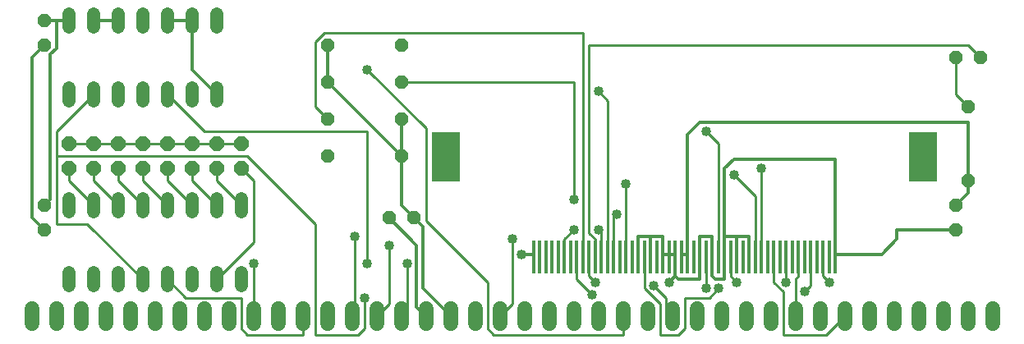
<source format=gtl>
G75*
%MOIN*%
%OFA0B0*%
%FSLAX24Y24*%
%IPPOS*%
%LPD*%
%AMOC8*
5,1,8,0,0,1.08239X$1,22.5*
%
%ADD10C,0.0600*%
%ADD11OC8,0.0520*%
%ADD12C,0.0520*%
%ADD13OC8,0.0600*%
%ADD14R,0.0157X0.1378*%
%ADD15R,0.1125X0.2000*%
%ADD16C,0.0100*%
%ADD17C,0.0400*%
%ADD18C,0.0120*%
D10*
X000600Y000800D02*
X000600Y001400D01*
X001600Y001400D02*
X001600Y000800D01*
X002600Y000800D02*
X002600Y001400D01*
X003600Y001400D02*
X003600Y000800D01*
X004600Y000800D02*
X004600Y001400D01*
X005600Y001400D02*
X005600Y000800D01*
X006600Y000800D02*
X006600Y001400D01*
X007600Y001400D02*
X007600Y000800D01*
X008600Y000800D02*
X008600Y001400D01*
X009600Y001400D02*
X009600Y000800D01*
X010600Y000800D02*
X010600Y001400D01*
X011600Y001400D02*
X011600Y000800D01*
X012600Y000800D02*
X012600Y001400D01*
X013600Y001400D02*
X013600Y000800D01*
X014600Y000800D02*
X014600Y001400D01*
X015600Y001400D02*
X015600Y000800D01*
X016600Y000800D02*
X016600Y001400D01*
X017600Y001400D02*
X017600Y000800D01*
X018600Y000800D02*
X018600Y001400D01*
X019600Y001400D02*
X019600Y000800D01*
X020600Y000800D02*
X020600Y001400D01*
X021600Y001400D02*
X021600Y000800D01*
X022600Y000800D02*
X022600Y001400D01*
X023600Y001400D02*
X023600Y000800D01*
X024600Y000800D02*
X024600Y001400D01*
X025600Y001400D02*
X025600Y000800D01*
X026600Y000800D02*
X026600Y001400D01*
X027600Y001400D02*
X027600Y000800D01*
X028600Y000800D02*
X028600Y001400D01*
X029600Y001400D02*
X029600Y000800D01*
X030600Y000800D02*
X030600Y001400D01*
X031600Y001400D02*
X031600Y000800D01*
X032600Y000800D02*
X032600Y001400D01*
X033600Y001400D02*
X033600Y000800D01*
X034600Y000800D02*
X034600Y001400D01*
X035600Y001400D02*
X035600Y000800D01*
X036600Y000800D02*
X036600Y001400D01*
X037600Y001400D02*
X037600Y000800D01*
X038600Y000800D02*
X038600Y001400D01*
X039600Y001400D02*
X039600Y000800D01*
D11*
X038100Y004600D03*
X038100Y005600D03*
X038600Y006600D03*
X038600Y009600D03*
X038100Y011600D03*
X039100Y011600D03*
X016100Y005100D03*
X015100Y005100D03*
X015600Y007600D03*
X012600Y007600D03*
X012600Y009100D03*
X015600Y009100D03*
X015600Y010600D03*
X012600Y010600D03*
X012600Y012100D03*
X015600Y012100D03*
X001100Y012100D03*
X001100Y013100D03*
X001100Y005600D03*
X001100Y004600D03*
D12*
X002100Y005340D02*
X002100Y005860D01*
X003100Y005860D02*
X003100Y005340D01*
X004100Y005340D02*
X004100Y005860D01*
X005100Y005860D02*
X005100Y005340D01*
X006100Y005340D02*
X006100Y005860D01*
X007100Y005860D02*
X007100Y005340D01*
X008100Y005340D02*
X008100Y005860D01*
X009100Y005860D02*
X009100Y005340D01*
X009100Y002860D02*
X009100Y002340D01*
X008100Y002340D02*
X008100Y002860D01*
X007100Y002860D02*
X007100Y002340D01*
X006100Y002340D02*
X006100Y002860D01*
X005100Y002860D02*
X005100Y002340D01*
X004100Y002340D02*
X004100Y002860D01*
X003100Y002860D02*
X003100Y002340D01*
X002100Y002340D02*
X002100Y002860D01*
X002100Y009840D02*
X002100Y010360D01*
X003100Y010360D02*
X003100Y009840D01*
X004100Y009840D02*
X004100Y010360D01*
X005100Y010360D02*
X005100Y009840D01*
X006100Y009840D02*
X006100Y010360D01*
X007100Y010360D02*
X007100Y009840D01*
X008100Y009840D02*
X008100Y010360D01*
X008100Y012840D02*
X008100Y013360D01*
X007100Y013360D02*
X007100Y012840D01*
X006100Y012840D02*
X006100Y013360D01*
X005100Y013360D02*
X005100Y012840D01*
X004100Y012840D02*
X004100Y013360D01*
X003100Y013360D02*
X003100Y012840D01*
X002100Y012840D02*
X002100Y013360D01*
D13*
X002100Y008100D03*
X003100Y008100D03*
X004100Y008100D03*
X005100Y008100D03*
X006100Y008100D03*
X007100Y008100D03*
X008100Y008100D03*
X009100Y008100D03*
X009100Y007100D03*
X008100Y007100D03*
X007100Y007100D03*
X006100Y007100D03*
X005100Y007100D03*
X004100Y007100D03*
X003100Y007100D03*
X002100Y007100D03*
D14*
X020975Y003494D03*
X021225Y003494D03*
X021475Y003494D03*
X021725Y003494D03*
X021975Y003494D03*
X022225Y003494D03*
X022475Y003494D03*
X022725Y003494D03*
X022975Y003494D03*
X023225Y003494D03*
X023475Y003494D03*
X023725Y003494D03*
X023975Y003494D03*
X024225Y003494D03*
X024475Y003494D03*
X024725Y003494D03*
X024975Y003494D03*
X025225Y003494D03*
X025475Y003494D03*
X025725Y003494D03*
X025975Y003494D03*
X026225Y003494D03*
X026475Y003494D03*
X026725Y003494D03*
X026975Y003494D03*
X027225Y003494D03*
X027475Y003494D03*
X027725Y003494D03*
X027975Y003494D03*
X028225Y003494D03*
X028475Y003494D03*
X028725Y003494D03*
X028975Y003494D03*
X029225Y003494D03*
X029475Y003494D03*
X029725Y003494D03*
X029975Y003494D03*
X030225Y003494D03*
X030475Y003494D03*
X030725Y003494D03*
X030975Y003494D03*
X031225Y003494D03*
X031475Y003494D03*
X031725Y003494D03*
X031975Y003494D03*
X032225Y003494D03*
X032475Y003494D03*
X032725Y003494D03*
X032975Y003494D03*
X033225Y003494D03*
D15*
X036788Y007563D03*
X017413Y007572D03*
D16*
X014225Y008600D02*
X014225Y003225D01*
X015850Y003225D02*
X015850Y001350D01*
X015600Y001100D01*
X015100Y001600D02*
X014600Y001100D01*
X013725Y001225D02*
X013600Y001100D01*
X013725Y001225D02*
X013725Y004350D01*
X015100Y003975D02*
X015100Y001600D01*
X014100Y001850D02*
X014100Y000600D01*
X013850Y000350D01*
X012100Y000350D01*
X012100Y004850D01*
X009350Y007600D01*
X001600Y007600D01*
X001600Y004850D01*
X002850Y004850D01*
X005100Y002600D01*
X006100Y002600D02*
X006850Y001850D01*
X009100Y001850D01*
X009100Y000600D01*
X009350Y000350D01*
X011600Y000350D01*
X011600Y001100D01*
X009600Y001100D02*
X009600Y003225D01*
X009600Y004100D02*
X008100Y002600D01*
X009600Y004100D02*
X009600Y006600D01*
X009100Y007100D01*
X008100Y007100D02*
X008100Y006600D01*
X009100Y005600D01*
X008100Y005600D02*
X007100Y006600D01*
X007100Y007100D01*
X006100Y007100D02*
X006100Y006600D01*
X007100Y005600D01*
X006100Y005600D02*
X005100Y006600D01*
X005100Y007100D01*
X004100Y007100D02*
X004100Y006600D01*
X005100Y005600D01*
X004100Y005600D02*
X003100Y006600D01*
X003100Y007100D01*
X002100Y007100D02*
X002100Y006600D01*
X003100Y005600D01*
X001600Y007600D02*
X001600Y008600D01*
X003100Y010100D01*
X006100Y010100D02*
X007600Y008600D01*
X014225Y008600D01*
X012600Y009100D02*
X012100Y009600D01*
X012100Y012225D01*
X012475Y012600D01*
X022975Y012600D01*
X022975Y003494D01*
X022725Y003494D02*
X022725Y002600D01*
X023350Y001975D01*
X023475Y002475D02*
X023225Y002725D01*
X023225Y003494D01*
X023475Y003494D02*
X023475Y004225D01*
X023225Y004475D01*
X023225Y012100D01*
X038600Y012100D01*
X039100Y011600D01*
X038100Y011600D02*
X038100Y010100D01*
X038600Y009600D01*
X030225Y007100D02*
X030225Y003494D01*
X029975Y003494D02*
X029975Y005975D01*
X029100Y006850D01*
X028475Y008100D02*
X028475Y003494D01*
X028975Y003494D02*
X028975Y002725D01*
X029225Y002475D01*
X028475Y002225D02*
X028100Y001850D01*
X027100Y001850D01*
X027100Y000600D01*
X026850Y000350D01*
X026100Y000350D01*
X026100Y001600D01*
X025475Y002225D01*
X025475Y003494D01*
X024725Y003494D02*
X024725Y006475D01*
X022600Y005850D02*
X022600Y010600D01*
X015600Y010600D01*
X014225Y011100D02*
X016600Y008725D01*
X016600Y004975D01*
X019100Y002475D01*
X019100Y000600D01*
X019350Y000350D01*
X024600Y000350D01*
X024600Y001100D01*
X026350Y001350D02*
X026350Y001850D01*
X025850Y002350D01*
X027975Y002225D02*
X027975Y003494D01*
X030725Y003494D02*
X030725Y002475D01*
X031100Y002100D01*
X031100Y000350D01*
X032850Y000350D01*
X033600Y001100D01*
X031600Y001100D02*
X031600Y002600D01*
X031725Y002725D01*
X031725Y003494D01*
X032225Y003494D02*
X032225Y002350D01*
X031975Y002100D01*
X031225Y002475D02*
X031225Y003494D01*
X032725Y003494D02*
X032725Y002725D01*
X032975Y002475D01*
X026600Y001100D02*
X026350Y001350D01*
X024225Y003494D02*
X024225Y005100D01*
X024350Y005225D01*
X023725Y004475D02*
X023600Y004600D01*
X023725Y004475D02*
X023725Y003494D01*
X023975Y003494D02*
X023975Y009850D01*
X023600Y010225D01*
X027975Y008600D02*
X028475Y008100D01*
X022600Y004600D02*
X022225Y004225D01*
X022225Y003494D01*
X020100Y004225D02*
X020100Y001600D01*
X019600Y001100D01*
X009100Y008100D02*
X008100Y008100D01*
X007100Y008100D01*
X006100Y008100D01*
X005100Y008100D01*
X004100Y008100D01*
X003100Y008100D01*
X002100Y008100D01*
D17*
X013725Y004350D03*
X015100Y003975D03*
X015850Y003225D03*
X014225Y003225D03*
X014100Y001850D03*
X009600Y003225D03*
X020100Y004225D03*
X020475Y003600D03*
X022600Y004600D03*
X023600Y004600D03*
X024350Y005225D03*
X022600Y005850D03*
X024725Y006475D03*
X029100Y006850D03*
X030225Y007100D03*
X027975Y008600D03*
X023600Y010225D03*
X014225Y011100D03*
X023475Y002475D03*
X023350Y001975D03*
X025850Y002350D03*
X026475Y002475D03*
X027975Y002225D03*
X028475Y002225D03*
X029225Y002475D03*
X031225Y002475D03*
X031975Y002100D03*
X032975Y002475D03*
D18*
X033225Y003494D02*
X033225Y003600D01*
X033225Y007475D01*
X029100Y007475D01*
X028725Y007100D01*
X028725Y004350D01*
X029225Y004350D01*
X029725Y004350D01*
X029725Y003494D01*
X029225Y003494D02*
X029225Y004350D01*
X028725Y004350D02*
X028725Y003494D01*
X028725Y002600D01*
X028350Y002600D01*
X028225Y002725D01*
X028225Y003494D01*
X028225Y004350D01*
X027725Y004350D01*
X027725Y003494D01*
X027725Y002600D01*
X026850Y002600D01*
X026725Y002725D01*
X026475Y002475D01*
X026725Y002725D02*
X026725Y003494D01*
X026725Y003600D01*
X026475Y003600D01*
X026475Y003494D01*
X026475Y003600D02*
X026225Y003600D01*
X026225Y003494D01*
X026225Y003600D02*
X026225Y004350D01*
X025725Y004350D01*
X025725Y003494D01*
X025225Y003494D02*
X025225Y004350D01*
X025725Y004350D01*
X026975Y003600D02*
X026975Y003494D01*
X026975Y003600D02*
X027225Y003600D01*
X027225Y003494D01*
X027225Y003600D02*
X027225Y008475D01*
X027725Y008975D01*
X038600Y008975D01*
X038600Y006600D01*
X038600Y006100D01*
X038100Y005600D01*
X038100Y004600D02*
X035725Y004600D01*
X035725Y004225D01*
X035100Y003600D01*
X033225Y003600D01*
X020975Y003600D02*
X020975Y003494D01*
X020975Y003600D02*
X020475Y003600D01*
X017600Y001100D02*
X016475Y002225D01*
X016475Y004725D01*
X016100Y005100D01*
X015600Y005600D01*
X015600Y007600D01*
X012600Y010600D01*
X012600Y012100D01*
X008100Y010100D02*
X007100Y011100D01*
X007100Y013100D01*
X006100Y013100D01*
X004100Y013100D02*
X003100Y013100D01*
X002100Y013100D02*
X001600Y013100D01*
X001600Y011975D01*
X001350Y011725D01*
X001350Y005850D01*
X001100Y005600D01*
X000600Y005100D02*
X000600Y011600D01*
X001100Y012100D01*
X001100Y013100D02*
X001600Y013100D01*
X015600Y009100D02*
X015600Y007600D01*
X015100Y005100D02*
X016225Y003975D01*
X016225Y001475D01*
X016600Y001100D01*
X001100Y004600D02*
X000600Y005100D01*
M02*

</source>
